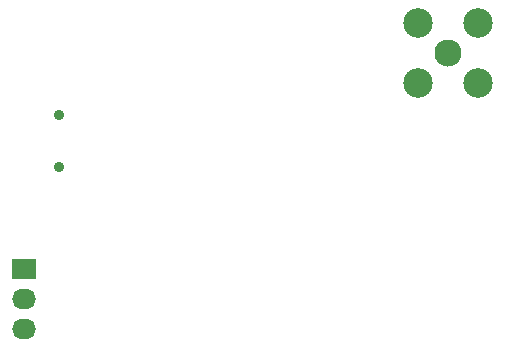
<source format=gbs>
G04 #@! TF.FileFunction,Soldermask,Bot*
%FSLAX46Y46*%
G04 Gerber Fmt 4.6, Leading zero omitted, Abs format (unit mm)*
G04 Created by KiCad (PCBNEW (after 2015-mar-04 BZR unknown)-product) date Wed 22 Apr 2015 11:16:48 PM EDT*
%MOMM*%
G01*
G04 APERTURE LIST*
%ADD10C,0.100000*%
%ADD11C,0.899160*%
%ADD12R,2.032000X1.727200*%
%ADD13O,2.032000X1.727200*%
%ADD14C,2.300000*%
%ADD15C,2.500000*%
G04 APERTURE END LIST*
D10*
D11*
X96291400Y-65059560D03*
X96291400Y-69458840D03*
D12*
X93345000Y-78054200D03*
D13*
X93345000Y-80594200D03*
X93345000Y-83134200D03*
D14*
X129260600Y-59829700D03*
D15*
X131800600Y-57289700D03*
X126720600Y-57289700D03*
X126720600Y-62369700D03*
X131800600Y-62369700D03*
M02*

</source>
